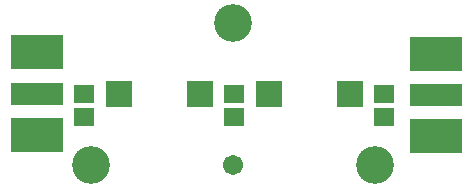
<source format=gbr>
G04 EAGLE Gerber RS-274X export*
G75*
%MOMM*%
%FSLAX34Y34*%
%LPD*%
%INSoldermask Top*%
%IPPOS*%
%AMOC8*
5,1,8,0,0,1.08239X$1,22.5*%
G01*
%ADD10C,3.203200*%
%ADD11R,4.394200X1.981200*%
%ADD12R,4.394200X2.870200*%
%ADD13R,2.203200X2.203200*%
%ADD14R,1.703200X1.503200*%
%ADD15C,1.703200*%


D10*
X67000Y30000D03*
X187000Y150000D03*
X307000Y30000D03*
D11*
X21154Y90170D03*
D12*
X21154Y125116D03*
X21154Y55224D03*
D11*
X358576Y88900D03*
D12*
X358576Y53954D03*
X358576Y123846D03*
D13*
X158630Y90170D03*
X90330Y90170D03*
D14*
X60960Y70510D03*
X60960Y89510D03*
X187960Y70510D03*
X187960Y89510D03*
D13*
X285630Y90170D03*
X217330Y90170D03*
D14*
X314960Y70510D03*
X314960Y89510D03*
D15*
X187300Y30000D03*
M02*

</source>
